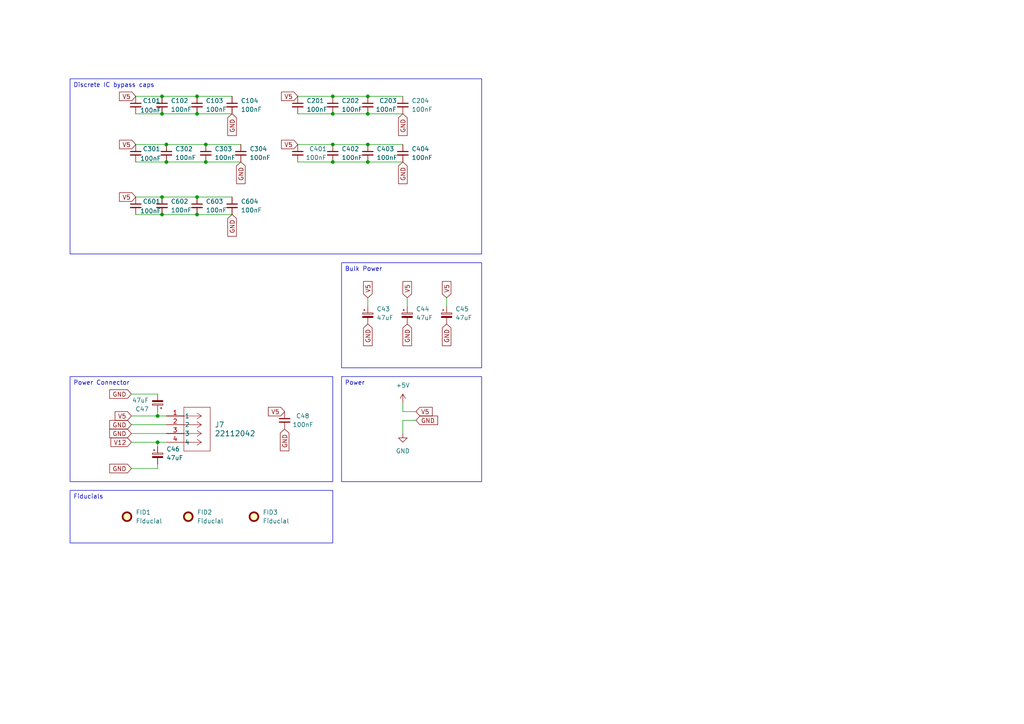
<source format=kicad_sch>
(kicad_sch (version 20250114) (generator "eeschema") (generator_version "9.0")
  (paper "A4")
  (title_block (title "A4092") (rev "PROTO0") (company "amiga.technology"))
  (lib_symbols
    (symbol "22112042:22112042" (pin_names (offset 0.254))
      (property "Reference" "J" (at 8.89 6.35 0))
      (property "Value" "22112042" (at 0 0 0))
      (symbol "22112042_1_1"
        (polyline (pts (xy 5.08 2.54) (xy 5.08 -10.16)) (stroke (width 0.127)))
        (polyline (pts (xy 5.08 -10.16) (xy 12.7 -10.16)) (stroke (width 0.127)))
        (polyline (pts (xy 10.16 0) (xy 5.08 0)) (stroke (width 0.127)))
        (polyline (pts (xy 10.16 0) (xy 8.89 0.8467)) (stroke (width 0.127)))
        (polyline (pts (xy 10.16 0) (xy 8.89 -0.8467)) (stroke (width 0.127)))
        (polyline (pts (xy 10.16 -2.54) (xy 5.08 -2.54)) (stroke (width 0.127)))
        (polyline (pts (xy 10.16 -2.54) (xy 8.89 -1.6933)) (stroke (width 0.127)))
        (polyline (pts (xy 10.16 -2.54) (xy 8.89 -3.3867)) (stroke (width 0.127)))
        (polyline (pts (xy 10.16 -5.08) (xy 5.08 -5.08)) (stroke (width 0.127)))
        (polyline (pts (xy 10.16 -5.08) (xy 8.89 -4.2333)) (stroke (width 0.127)))
        (polyline (pts (xy 10.16 -5.08) (xy 8.89 -5.9267)) (stroke (width 0.127)))
        (polyline (pts (xy 10.16 -7.62) (xy 5.08 -7.62)) (stroke (width 0.127)))
        (polyline (pts (xy 10.16 -7.62) (xy 8.89 -6.7733)) (stroke (width 0.127)))
        (polyline (pts (xy 10.16 -7.62) (xy 8.89 -8.4667)) (stroke (width 0.127)))
        (polyline (pts (xy 12.7 2.54) (xy 5.08 2.54)) (stroke (width 0.127)))
        (polyline (pts (xy 12.7 -10.16) (xy 12.7 2.54)) (stroke (width 0.127)))
        (pin unspecified line (at 0 0 0) (length 5.08) (name "1") (number "1"))
        (pin unspecified line (at 0 -2.54 0) (length 5.08) (name "2") (number "2"))
        (pin unspecified line (at 0 -5.08 0) (length 5.08) (name "3") (number "3"))
        (pin unspecified line (at 0 -7.62 0) (length 5.08) (name "4") (number "4"))
      )
      (symbol "22112042_1_2"
        (polyline (pts (xy 5.08 2.54) (xy 5.08 -10.16)) (stroke (width 0.127)))
        (polyline (pts (xy 5.08 -10.16) (xy 12.7 -10.16)) (stroke (width 0.127)))
        (polyline (pts (xy 7.62 0) (xy 5.08 0)) (stroke (width 0.127)))
        (polyline (pts (xy 7.62 0) (xy 8.89 0.8467)) (stroke (width 0.127)))
        (polyline (pts (xy 7.62 0) (xy 8.89 -0.8467)) (stroke (width 0.127)))
        (polyline (pts (xy 7.62 -2.54) (xy 5.08 -2.54)) (stroke (width 0.127)))
        (polyline (pts (xy 7.62 -2.54) (xy 8.89 -1.6933)) (stroke (width 0.127)))
        (polyline (pts (xy 7.62 -2.54) (xy 8.89 -3.3867)) (stroke (width 0.127)))
        (polyline (pts (xy 7.62 -5.08) (xy 5.08 -5.08)) (stroke (width 0.127)))
        (polyline (pts (xy 7.62 -5.08) (xy 8.89 -4.2333)) (stroke (width 0.127)))
        (polyline (pts (xy 7.62 -5.08) (xy 8.89 -5.9267)) (stroke (width 0.127)))
        (polyline (pts (xy 7.62 -7.62) (xy 5.08 -7.62)) (stroke (width 0.127)))
        (polyline (pts (xy 7.62 -7.62) (xy 8.89 -6.7733)) (stroke (width 0.127)))
        (polyline (pts (xy 7.62 -7.62) (xy 8.89 -8.4667)) (stroke (width 0.127)))
        (polyline (pts (xy 12.7 2.54) (xy 5.08 2.54)) (stroke (width 0.127)))
        (polyline (pts (xy 12.7 -10.16) (xy 12.7 2.54)) (stroke (width 0.127)))
        (pin unspecified line (at 0 0 0) (length 5.08) (name "1") (number "1"))
        (pin unspecified line (at 0 -2.54 0) (length 5.08) (name "2") (number "2"))
        (pin unspecified line (at 0 -5.08 0) (length 5.08) (name "3") (number "3"))
        (pin unspecified line (at 0 -7.62 0) (length 5.08) (name "4") (number "4"))
      )
    )
    (symbol "Device:C_Polarized_Small" (pin_numbers (hide yes)) (pin_names (offset 0.254) (hide yes))
      (property "Reference" "C" (at 0.254 1.778 0))
      (property "Value" "C_Polarized_Small" (at 0.254 -2.032 0))
      (symbol "C_Polarized_Small_0_1"
        (rectangle (start -1.524 0.6858) (end 1.524 0.3048))
        (rectangle (start -1.524 -0.3048) (end 1.524 -0.6858) (fill (type outline)))
        (polyline (pts (xy -1.27 1.524) (xy -0.762 1.524)))
        (polyline (pts (xy -1.016 1.27) (xy -1.016 1.778)))
      )
      (symbol "C_Polarized_Small_1_1"
        (pin passive line (at 0 2.54 270) (length 1.8542) (name "~") (number "1"))
        (pin passive line (at 0 -2.54 90) (length 1.8542) (name "~") (number "2"))
      )
    )
    (symbol "Device:C_Small" (pin_numbers (hide yes)) (pin_names (offset 0.254) (hide yes))
      (property "Reference" "C" (at 0.254 1.778 0))
      (property "Value" "C_Small" (at 0.254 -2.032 0))
      (symbol "C_Small_0_1"
        (polyline (pts (xy -1.524 0.508) (xy 1.524 0.508)) (stroke (width 0.3048)))
        (polyline (pts (xy -1.524 -0.508) (xy 1.524 -0.508)) (stroke (width 0.3302)))
      )
      (symbol "C_Small_1_1"
        (pin passive line (at 0 2.54 270) (length 2.032) (name "~") (number "1"))
        (pin passive line (at 0 -2.54 90) (length 2.032) (name "~") (number "2"))
      )
    )
    (symbol "Mechanical:Fiducial" (in_bom no)
      (property "Reference" "FID" (at 0 5.08 0))
      (property "Value" "Fiducial" (at 0 3.175 0))
      (symbol "Fiducial_0_1"
        (circle (center 0 0) (radius 1.27) (stroke (width 0.508)) (fill (type background)))
      )
    )
    (symbol "power:+5V" (power) (pin_numbers (hide yes)) (pin_names (offset 0) (hide yes))
      (property "Value" "+5V" (at 0 3.556 0))
      (symbol "+5V_0_1"
        (polyline (pts (xy -0.762 1.27) (xy 0 2.54)))
        (polyline (pts (xy 0 2.54) (xy 0.762 1.27)))
        (polyline (pts (xy 0 0) (xy 0 2.54)))
      )
      (symbol "+5V_1_1"
        (pin power_in line (at 0 0 90) (length 0) (name "~") (number "1"))
      )
    )
    (symbol "power:GND" (power) (pin_numbers (hide yes)) (pin_names (offset 0) (hide yes))
      (property "Value" "GND" (at 0 -3.81 0))
      (symbol "GND_0_1"
        (polyline (pts (xy 0 0) (xy 0 -1.27) (xy 1.27 -1.27) (xy 0 -2.54) (xy -1.27 -1.27) (xy 0 -1.27)))
      )
      (symbol "GND_1_1"
        (pin power_in line (at 0 0 270) (length 0) (name "~") (number "1"))
      )
    )
  )
  (text_box "Power Connector\n" (at 20.32 109.22 0) (size 76.2 30.48) (margins 0.9525 0.9525 0.9525 0.9525) (effects (font (size 1.27 1.27)) (justify left top)))
  (text_box "Fiducials" (at 20.32 142.24 0) (size 76.2 15.2399) (margins 0.9525 0.9525 0.9525 0.9525) (effects (font (size 1.27 1.27)) (justify left top)))
  (text_box "Discrete IC bypass caps\n" (at 20.32 22.86 0) (size 119.38 50.8) (margins 0.9525 0.9525 0.9525 0.9525) (effects (font (size 1.27 1.27)) (justify left top)))
  (text_box "Bulk Power\n" (at 99.06 76.2 0) (size 40.64 30.48) (margins 0.9525 0.9525 0.9525 0.9525) (effects (font (size 1.27 1.27)) (justify left top)))
  (text_box "Power\n" (at 99.06 109.22 0) (size 40.64 30.4799) (margins 0.9525 0.9525 0.9525 0.9525) (effects (font (size 1.27 1.27)) (justify left top)))
  (junction (at 46.99 27.94))
  (junction (at 106.68 33.02))
  (junction (at 106.68 27.94))
  (junction (at 48.26 41.91))
  (junction (at 57.15 27.94))
  (junction (at 57.15 57.15))
  (junction (at 106.68 41.91))
  (junction (at 96.52 46.99))
  (junction (at 59.69 46.99))
  (junction (at 57.15 62.23))
  (junction (at 96.52 27.94))
  (junction (at 96.52 41.91))
  (junction (at 46.99 57.15))
  (junction (at 48.26 46.99))
  (junction (at 106.68 46.99))
  (junction (at 57.15 33.02))
  (junction (at 45.72 120.65))
  (junction (at 46.99 62.23))
  (junction (at 96.52 33.02))
  (junction (at 45.72 128.27))
  (junction (at 59.69 41.91))
  (junction (at 46.99 33.02))
  (wire (pts (xy 38.1 135.89) (xy 45.72 135.89)))
  (wire (pts (xy 57.15 27.94) (xy 67.31 27.94)))
  (wire (pts (xy 38.1 128.27) (xy 45.72 128.27)))
  (wire (pts (xy 106.68 86.36) (xy 106.68 88.9)))
  (wire (pts (xy 39.37 27.94) (xy 46.99 27.94)))
  (wire (pts (xy 116.84 121.92) (xy 120.65 121.92)))
  (wire (pts (xy 45.72 119.38) (xy 45.72 120.65)))
  (wire (pts (xy 86.36 33.02) (xy 96.52 33.02)))
  (wire (pts (xy 96.52 46.99) (xy 106.68 46.99)))
  (wire (pts (xy 45.72 128.27) (xy 48.26 128.27)))
  (wire (pts (xy 57.15 62.23) (xy 67.31 62.23)))
  (wire (pts (xy 86.36 46.99) (xy 96.52 46.99)))
  (wire (pts (xy 86.36 27.94) (xy 96.52 27.94)))
  (wire (pts (xy 48.26 46.99) (xy 59.69 46.99)))
  (wire (pts (xy 96.52 27.94) (xy 106.68 27.94)))
  (wire (pts (xy 39.37 46.99) (xy 48.26 46.99)))
  (wire (pts (xy 116.84 116.84) (xy 116.84 119.38)))
  (wire (pts (xy 106.68 46.99) (xy 116.84 46.99)))
  (wire (pts (xy 96.52 33.02) (xy 106.68 33.02)))
  (wire (pts (xy 46.99 27.94) (xy 57.15 27.94)))
  (wire (pts (xy 57.15 57.15) (xy 67.31 57.15)))
  (wire (pts (xy 48.26 41.91) (xy 59.69 41.91)))
  (wire (pts (xy 106.68 41.91) (xy 116.84 41.91)))
  (wire (pts (xy 96.52 41.91) (xy 106.68 41.91)))
  (wire (pts (xy 116.84 125.73) (xy 116.84 121.92)))
  (wire (pts (xy 45.72 120.65) (xy 48.26 120.65)))
  (wire (pts (xy 39.37 62.23) (xy 46.99 62.23)))
  (wire (pts (xy 38.1 123.19) (xy 48.26 123.19)))
  (wire (pts (xy 118.11 86.36) (xy 118.11 88.9)))
  (wire (pts (xy 46.99 62.23) (xy 57.15 62.23)))
  (wire (pts (xy 116.84 119.38) (xy 120.65 119.38)))
  (wire (pts (xy 106.68 27.94) (xy 116.84 27.94)))
  (wire (pts (xy 57.15 33.02) (xy 67.31 33.02)))
  (wire (pts (xy 129.54 86.36) (xy 129.54 88.9)))
  (wire (pts (xy 86.36 41.91) (xy 96.52 41.91)))
  (wire (pts (xy 59.69 46.99) (xy 69.85 46.99)))
  (wire (pts (xy 45.72 135.89) (xy 45.72 134.62)))
  (wire (pts (xy 38.1 125.73) (xy 48.26 125.73)))
  (wire (pts (xy 46.99 33.02) (xy 57.15 33.02)))
  (wire (pts (xy 38.1 120.65) (xy 45.72 120.65)))
  (wire (pts (xy 39.37 41.91) (xy 48.26 41.91)))
  (wire (pts (xy 106.68 33.02) (xy 116.84 33.02)))
  (wire (pts (xy 39.37 57.15) (xy 46.99 57.15)))
  (wire (pts (xy 46.99 57.15) (xy 57.15 57.15)))
  (wire (pts (xy 45.72 129.54) (xy 45.72 128.27)))
  (wire (pts (xy 59.69 41.91) (xy 69.85 41.91)))
  (wire (pts (xy 38.1 114.3) (xy 45.72 114.3)))
  (wire (pts (xy 39.37 33.02) (xy 46.99 33.02)))
  (global_label "GND" (shape input) (at 67.31 62.23 270) (property "Intersheetrefs" "${INTERSHEET_REFS}" (effects (hide yes))))
  (global_label "GND" (shape input) (at 118.11 93.98 270) (property "Intersheetrefs" "${INTERSHEET_REFS}" (effects (hide yes))))
  (global_label "V5" (shape input) (at 39.37 41.91 180) (property "Intersheetrefs" "${INTERSHEET_REFS}" (effects (hide yes))))
  (global_label "V5" (shape input) (at 118.11 86.36 90) (property "Intersheetrefs" "${INTERSHEET_REFS}" (effects (hide yes))))
  (global_label "GND" (shape input) (at 69.85 46.99 270) (property "Intersheetrefs" "${INTERSHEET_REFS}" (effects (hide yes))))
  (global_label "GND" (shape input) (at 120.65 121.92 0) (property "Intersheetrefs" "${INTERSHEET_REFS}" (effects (hide yes))))
  (global_label "V5" (shape input) (at 38.1 120.65 180) (property "Intersheetrefs" "${INTERSHEET_REFS}" (effects (hide yes))))
  (global_label "GND" (shape input) (at 116.84 33.02 270) (property "Intersheetrefs" "${INTERSHEET_REFS}" (effects (hide yes))))
  (global_label "V5" (shape input) (at 86.36 41.91 180) (property "Intersheetrefs" "${INTERSHEET_REFS}" (effects (hide yes))))
  (global_label "V5" (shape input) (at 120.65 119.38 0) (property "Intersheetrefs" "${INTERSHEET_REFS}" (effects (hide yes))))
  (global_label "GND" (shape input) (at 38.1 135.89 180) (property "Intersheetrefs" "${INTERSHEET_REFS}" (effects (hide yes))))
  (global_label "GND" (shape input) (at 106.68 93.98 270) (property "Intersheetrefs" "${INTERSHEET_REFS}" (effects (hide yes))))
  (global_label "GND" (shape input) (at 38.1 123.19 180) (property "Intersheetrefs" "${INTERSHEET_REFS}" (effects (hide yes))))
  (global_label "GND" (shape input) (at 82.55 124.46 270) (property "Intersheetrefs" "${INTERSHEET_REFS}" (effects (hide yes))))
  (global_label "GND" (shape input) (at 129.54 93.98 270) (property "Intersheetrefs" "${INTERSHEET_REFS}" (effects (hide yes))))
  (global_label "GND" (shape input) (at 38.1 114.3 180) (property "Intersheetrefs" "${INTERSHEET_REFS}" (effects (hide yes))))
  (global_label "GND" (shape input) (at 67.31 33.02 270) (property "Intersheetrefs" "${INTERSHEET_REFS}" (effects (hide yes))))
  (global_label "V5" (shape input) (at 82.55 119.38 180) (property "Intersheetrefs" "${INTERSHEET_REFS}" (effects (hide yes))))
  (global_label "V5" (shape input) (at 39.37 27.94 180) (property "Intersheetrefs" "${INTERSHEET_REFS}" (effects (hide yes))))
  (global_label "V5" (shape input) (at 39.37 57.15 180) (property "Intersheetrefs" "${INTERSHEET_REFS}" (effects (hide yes))))
  (global_label "GND" (shape input) (at 116.84 46.99 270) (property "Intersheetrefs" "${INTERSHEET_REFS}" (effects (hide yes))))
  (global_label "V5" (shape input) (at 106.68 86.36 90) (property "Intersheetrefs" "${INTERSHEET_REFS}" (effects (hide yes))))
  (global_label "GND" (shape input) (at 38.1 125.73 180) (property "Intersheetrefs" "${INTERSHEET_REFS}" (effects (hide yes))))
  (global_label "V5" (shape input) (at 129.54 86.36 90) (property "Intersheetrefs" "${INTERSHEET_REFS}" (effects (hide yes))))
  (global_label "V5" (shape input) (at 86.36 27.94 180) (property "Intersheetrefs" "${INTERSHEET_REFS}" (effects (hide yes))))
  (global_label "V12" (shape input) (at 38.1 128.27 180) (property "Intersheetrefs" "${INTERSHEET_REFS}" (effects (hide yes))))
  (symbol (lib_id "Device:C_Small") (at 39.37 44.45 0) (unit 1)
    (property "Reference" "C301" (at 41.402 43.18 0) (effects (justify left)))
    (property "Value" "100nF" (at 40.64 45.974 0) (effects (justify left)))
    (property "Footprint" "Capacitor_SMD:C_0603_1608Metric_Pad1.08x0.95mm_HandSolder" (effects (hide yes)))
    (property "Description" "Unpolarized capacitor, small symbol" (effects (hide yes)))
    (property "LCSC Part #" "C14663" (effects (hide yes)))
  )
  (symbol (lib_id "Device:C_Small") (at 67.31 59.69 0) (unit 1)
    (property "Reference" "C604" (at 69.85 58.4262 0) (effects (justify left)))
    (property "Value" "100nF" (at 69.85 60.9662 0) (effects (justify left)))
    (property "Footprint" "Capacitor_SMD:C_0603_1608Metric_Pad1.08x0.95mm_HandSolder" (effects (hide yes)))
    (property "Description" "Unpolarized capacitor, small symbol" (effects (hide yes)))
    (property "LCSC Part #" "C14663" (effects (hide yes)))
  )
  (symbol (lib_id "Device:C_Small") (at 59.69 44.45 0) (unit 1)
    (property "Reference" "C303" (at 62.23 43.1862 0) (effects (justify left)))
    (property "Value" "100nF" (at 62.23 45.7262 0) (effects (justify left)))
    (property "Footprint" "Capacitor_SMD:C_0603_1608Metric_Pad1.08x0.95mm_HandSolder" (effects (hide yes)))
    (property "Description" "Unpolarized capacitor, small symbol" (effects (hide yes)))
    (property "LCSC Part #" "C14663" (effects (hide yes)))
  )
  (symbol (lib_id "Device:C_Small") (at 96.52 44.45 0) (unit 1)
    (property "Reference" "C402" (at 99.06 43.1862 0) (effects (justify left)))
    (property "Value" "100nF" (at 99.06 45.7262 0) (effects (justify left)))
    (property "Footprint" "Capacitor_SMD:C_0603_1608Metric_Pad1.08x0.95mm_HandSolder" (effects (hide yes)))
    (property "Description" "Unpolarized capacitor, small symbol" (effects (hide yes)))
    (property "LCSC Part #" "C14663" (effects (hide yes)))
  )
  (symbol (lib_id "Device:C_Small") (at 57.15 59.69 0) (unit 1)
    (property "Reference" "C603" (at 59.69 58.4262 0) (effects (justify left)))
    (property "Value" "100nF" (at 59.69 60.9662 0) (effects (justify left)))
    (property "Footprint" "Capacitor_SMD:C_0603_1608Metric_Pad1.08x0.95mm_HandSolder" (effects (hide yes)))
    (property "Description" "Unpolarized capacitor, small symbol" (effects (hide yes)))
    (property "LCSC Part #" "C14663" (effects (hide yes)))
  )
  (symbol (lib_id "Device:C_Small") (at 82.55 121.92 0) (unit 1)
    (property "Reference" "C48" (at 85.852 120.65 0) (effects (justify left)))
    (property "Value" "100nF" (at 84.836 123.19 0) (effects (justify left)))
    (property "Footprint" "Capacitor_SMD:C_0603_1608Metric_Pad1.08x0.95mm_HandSolder" (effects (hide yes)))
    (property "Description" "Unpolarized capacitor, small symbol" (effects (hide yes)))
    (property "LCSC Part #" "C14663" (effects (hide yes)))
  )
  (symbol (lib_id "Device:C_Small") (at 86.36 30.48 0) (unit 1)
    (property "Reference" "C201" (at 88.9 29.2162 0) (effects (justify left)))
    (property "Value" "100nF" (at 88.9 31.7562 0) (effects (justify left)))
    (property "Footprint" "Capacitor_SMD:C_0603_1608Metric_Pad1.08x0.95mm_HandSolder" (effects (hide yes)))
    (property "Description" "Unpolarized capacitor, small symbol" (effects (hide yes)))
    (property "LCSC Part #" "C14663" (effects (hide yes)))
  )
  (symbol (lib_id "Device:C_Small") (at 86.36 44.45 0) (unit 1)
    (property "Reference" "C401" (at 89.662 43.18 0) (effects (justify left)))
    (property "Value" "100nF" (at 88.646 45.72 0) (effects (justify left)))
    (property "Footprint" "Capacitor_SMD:C_0603_1608Metric_Pad1.08x0.95mm_HandSolder" (effects (hide yes)))
    (property "Description" "Unpolarized capacitor, small symbol" (effects (hide yes)))
    (property "LCSC Part #" "C14663" (effects (hide yes)))
  )
  (symbol (lib_id "Device:C_Polarized_Small") (at 106.68 91.44 0) (unit 1)
    (property "Reference" "C43" (at 109.22 89.6238 0) (effects (justify left)))
    (property "Value" "47uF" (at 109.22 92.1638 0) (effects (justify left)))
    (property "Footprint" "Capacitor_SMD:CP_Elec_6.3x7.7" (effects (hide yes)))
    (property "Description" "Polarized capacitor, small symbol" (effects (hide yes)))
    (property "MPN" "KEMET/A765EB476M1ELAE040" (effects (hide yes)))
    (property "LCSC Part #" "C369909" (effects (hide yes)))
    (property "FT Rotation Offset" "180" (effects (hide yes)))
  )
  (symbol (lib_id "Device:C_Small") (at 48.26 44.45 0) (unit 1)
    (property "Reference" "C302" (at 50.8 43.1862 0) (effects (justify left)))
    (property "Value" "100nF" (at 50.8 45.7262 0) (effects (justify left)))
    (property "Footprint" "Capacitor_SMD:C_0603_1608Metric_Pad1.08x0.95mm_HandSolder" (effects (hide yes)))
    (property "Description" "Unpolarized capacitor, small symbol" (effects (hide yes)))
    (property "LCSC Part #" "C14663" (effects (hide yes)))
  )
  (symbol (lib_id "Device:C_Small") (at 106.68 30.48 0) (unit 1)
    (property "Reference" "C203" (at 109.982 29.21 0) (effects (justify left)))
    (property "Value" "100nF" (at 108.966 31.75 0) (effects (justify left)))
    (property "Footprint" "Capacitor_SMD:C_0603_1608Metric_Pad1.08x0.95mm_HandSolder" (effects (hide yes)))
    (property "Description" "Unpolarized capacitor, small symbol" (effects (hide yes)))
    (property "LCSC Part #" "C14663" (effects (hide yes)))
  )
  (symbol (lib_id "Mechanical:Fiducial") (at 73.66 149.86 0) (unit 1) (in_bom no)
    (property "Reference" "FID3" (at 76.2 148.5899 0) (effects (justify left)))
    (property "Value" "Fiducial" (at 76.2 151.1299 0) (effects (justify left)))
    (property "Footprint" "kicad-official/Fiducial.pretty:Fiducial_0.5mm_Mask1.5mm" (effects (hide yes)))
    (property "Description" "Fiducial Marker" (effects (hide yes)))
  )
  (symbol (lib_id "Mechanical:Fiducial") (at 54.61 149.86 0) (unit 1) (in_bom no)
    (property "Reference" "FID2" (at 57.15 148.5899 0) (effects (justify left)))
    (property "Value" "Fiducial" (at 57.15 151.1299 0) (effects (justify left)))
    (property "Footprint" "kicad-official/Fiducial.pretty:Fiducial_0.5mm_Mask1.5mm" (effects (hide yes)))
    (property "Description" "Fiducial Marker" (effects (hide yes)))
  )
  (symbol (lib_id "power:GND") (at 116.84 125.73 0) (unit 1)
    (property "Reference" "#PWR03" (effects (hide yes)))
    (property "Value" "GND" (at 116.84 130.81 0))
    (property "Description" "Power symbol creates a global label with name \"GND\" , ground" (effects (hide yes)))
  )
  (symbol (lib_id "Device:C_Small") (at 67.31 30.48 0) (unit 1)
    (property "Reference" "C104" (at 69.85 29.2162 0) (effects (justify left)))
    (property "Value" "100nF" (at 69.85 31.7562 0) (effects (justify left)))
    (property "Footprint" "Capacitor_SMD:C_0603_1608Metric_Pad1.08x0.95mm_HandSolder" (effects (hide yes)))
    (property "Description" "Unpolarized capacitor, small symbol" (effects (hide yes)))
    (property "LCSC Part #" "C14663" (effects (hide yes)))
  )
  (symbol (lib_id "Mechanical:Fiducial") (at 36.83 149.86 0) (unit 1) (in_bom no)
    (property "Reference" "FID1" (at 39.37 148.5899 0) (effects (justify left)))
    (property "Value" "Fiducial" (at 39.37 151.1299 0) (effects (justify left)))
    (property "Footprint" "kicad-official/Fiducial.pretty:Fiducial_0.5mm_Mask1.5mm" (effects (hide yes)))
    (property "Description" "Fiducial Marker" (effects (hide yes)))
  )
  (symbol (lib_id "Device:C_Polarized_Small") (at 45.72 132.08 0) (unit 1)
    (property "Reference" "C46" (at 48.26 130.2638 0) (effects (justify left)))
    (property "Value" "47uF" (at 48.26 132.8038 0) (effects (justify left)))
    (property "Footprint" "Capacitor_SMD:CP_Elec_6.3x7.7" (effects (hide yes)))
    (property "Description" "Polarized capacitor, small symbol" (effects (hide yes)))
    (property "MPN" "KEMET/A765EB476M1ELAE040" (effects (hide yes)))
    (property "LCSC Part #" "C369909" (effects (hide yes)))
    (property "FT Rotation Offset" "180" (effects (hide yes)))
  )
  (symbol (lib_id "Device:C_Small") (at 96.52 30.48 0) (unit 1)
    (property "Reference" "C202" (at 99.06 29.2162 0) (effects (justify left)))
    (property "Value" "100nF" (at 99.06 31.7562 0) (effects (justify left)))
    (property "Footprint" "Capacitor_SMD:C_0603_1608Metric_Pad1.08x0.95mm_HandSolder" (effects (hide yes)))
    (property "Description" "Unpolarized capacitor, small symbol" (effects (hide yes)))
    (property "LCSC Part #" "C14663" (effects (hide yes)))
  )
  (symbol (lib_id "Device:C_Small") (at 57.15 30.48 0) (unit 1)
    (property "Reference" "C103" (at 59.69 29.2162 0) (effects (justify left)))
    (property "Value" "100nF" (at 59.69 31.7562 0) (effects (justify left)))
    (property "Footprint" "Capacitor_SMD:C_0603_1608Metric_Pad1.08x0.95mm_HandSolder" (effects (hide yes)))
    (property "Description" "Unpolarized capacitor, small symbol" (effects (hide yes)))
    (property "LCSC Part #" "C14663" (effects (hide yes)))
  )
  (symbol (lib_id "power:+5V") (at 116.84 116.84 0) (unit 1)
    (property "Reference" "#PWR02" (effects (hide yes)))
    (property "Value" "+5V" (at 116.84 111.76 0))
    (property "Description" "Power symbol creates a global label with name \"+5V\"" (effects (hide yes)))
  )
  (symbol (lib_id "Device:C_Polarized_Small") (at 118.11 91.44 0) (unit 1)
    (property "Reference" "C44" (at 120.65 89.6238 0) (effects (justify left)))
    (property "Value" "47uF" (at 120.65 92.1638 0) (effects (justify left)))
    (property "Footprint" "Capacitor_SMD:CP_Elec_6.3x7.7" (effects (hide yes)))
    (property "Description" "Polarized capacitor, small symbol" (effects (hide yes)))
    (property "MPN" "KEMET/A765EB476M1ELAE040" (effects (hide yes)))
    (property "LCSC Part #" "C369909" (effects (hide yes)))
    (property "FT Rotation Offset" "180" (effects (hide yes)))
  )
  (symbol (lib_id "Device:C_Small") (at 69.85 44.45 0) (unit 1)
    (property "Reference" "C304" (at 72.39 43.1862 0) (effects (justify left)))
    (property "Value" "100nF" (at 72.39 45.7262 0) (effects (justify left)))
    (property "Footprint" "Capacitor_SMD:C_0603_1608Metric_Pad1.08x0.95mm_HandSolder" (effects (hide yes)))
    (property "Description" "Unpolarized capacitor, small symbol" (effects (hide yes)))
    (property "LCSC Part #" "C14663" (effects (hide yes)))
  )
  (symbol (lib_id "Device:C_Small") (at 116.84 30.48 0) (unit 1)
    (property "Reference" "C204" (at 119.38 29.2162 0) (effects (justify left)))
    (property "Value" "100nF" (at 119.38 31.7562 0) (effects (justify left)))
    (property "Footprint" "Capacitor_SMD:C_0603_1608Metric_Pad1.08x0.95mm_HandSolder" (effects (hide yes)))
    (property "Description" "Unpolarized capacitor, small symbol" (effects (hide yes)))
    (property "LCSC Part #" "C14663" (effects (hide yes)))
  )
  (symbol (lib_id "Device:C_Small") (at 116.84 44.45 0) (unit 1)
    (property "Reference" "C404" (at 119.38 43.1862 0) (effects (justify left)))
    (property "Value" "100nF" (at 119.38 45.7262 0) (effects (justify left)))
    (property "Footprint" "Capacitor_SMD:C_0603_1608Metric_Pad1.08x0.95mm_HandSolder" (effects (hide yes)))
    (property "Description" "Unpolarized capacitor, small symbol" (effects (hide yes)))
    (property "LCSC Part #" "C14663" (effects (hide yes)))
  )
  (symbol (lib_id "Device:C_Polarized_Small") (at 45.72 116.84 180) (unit 1)
    (property "Reference" "C47" (at 43.18 118.6562 0) (effects (justify left)))
    (property "Value" "47uF" (at 43.18 116.1162 0) (effects (justify left)))
    (property "Footprint" "Capacitor_SMD:CP_Elec_6.3x7.7" (effects (hide yes)))
    (property "Description" "Polarized capacitor, small symbol" (effects (hide yes)))
    (property "MPN" "KEMET/A765EB476M1ELAE040" (effects (hide yes)))
    (property "LCSC Part #" "C369909" (effects (hide yes)))
    (property "FT Rotation Offset" "180" (effects (hide yes)))
  )
  (symbol (lib_id "Device:C_Small") (at 39.37 59.69 0) (unit 1)
    (property "Reference" "C601" (at 41.402 58.42 0) (effects (justify left)))
    (property "Value" "100nF" (at 40.64 61.214 0) (effects (justify left)))
    (property "Footprint" "Capacitor_SMD:C_0603_1608Metric_Pad1.08x0.95mm_HandSolder" (effects (hide yes)))
    (property "Description" "Unpolarized capacitor, small symbol" (effects (hide yes)))
    (property "LCSC Part #" "C14663" (effects (hide yes)))
  )
  (symbol (lib_id "22112042:22112042") (at 48.26 120.65 0) (unit 1)
    (property "Reference" "J7" (at 62.23 123.1899 0) (effects (font (size 1.524 1.524)) (justify left)))
    (property "Value" "22112042" (at 62.23 125.7299 0) (effects (font (size 1.524 1.524)) (justify left)))
    (property "Footprint" "22112042:CONN_A-6373-04A_MOL" (effects (hide yes)))
    (property "Datasheet" "22112042" (effects (hide yes)))
    (property "LCSC Part #" "C114123" (effects (hide yes)))
  )
  (symbol (lib_id "Device:C_Small") (at 106.68 44.45 0) (unit 1)
    (property "Reference" "C403" (at 109.22 43.1862 0) (effects (justify left)))
    (property "Value" "100nF" (at 109.22 45.7262 0) (effects (justify left)))
    (property "Footprint" "Capacitor_SMD:C_0603_1608Metric_Pad1.08x0.95mm_HandSolder" (effects (hide yes)))
    (property "Description" "Unpolarized capacitor, small symbol" (effects (hide yes)))
    (property "LCSC Part #" "C14663" (effects (hide yes)))
  )
  (symbol (lib_id "Device:C_Small") (at 39.37 30.48 0) (unit 1)
    (property "Reference" "C101" (at 41.402 29.21 0) (effects (justify left)))
    (property "Value" "100nF" (at 40.64 32.004 0) (effects (justify left)))
    (property "Footprint" "Capacitor_SMD:C_0603_1608Metric_Pad1.08x0.95mm_HandSolder" (effects (hide yes)))
    (property "Description" "Unpolarized capacitor, small symbol" (effects (hide yes)))
    (property "LCSC Part #" "C14663" (effects (hide yes)))
  )
  (symbol (lib_id "Device:C_Small") (at 46.99 59.69 0) (unit 1)
    (property "Reference" "C602" (at 49.53 58.4262 0) (effects (justify left)))
    (property "Value" "100nF" (at 49.53 60.9662 0) (effects (justify left)))
    (property "Footprint" "Capacitor_SMD:C_0603_1608Metric_Pad1.08x0.95mm_HandSolder" (effects (hide yes)))
    (property "Description" "Unpolarized capacitor, small symbol" (effects (hide yes)))
    (property "LCSC Part #" "C14663" (effects (hide yes)))
  )
  (symbol (lib_id "Device:C_Polarized_Small") (at 129.54 91.44 0) (unit 1)
    (property "Reference" "C45" (at 132.08 89.6238 0) (effects (justify left)))
    (property "Value" "47uF" (at 132.08 92.1638 0) (effects (justify left)))
    (property "Footprint" "Capacitor_SMD:CP_Elec_6.3x7.7" (effects (hide yes)))
    (property "Description" "Polarized capacitor, small symbol" (effects (hide yes)))
    (property "MPN" "KEMET/A765EB476M1ELAE040" (effects (hide yes)))
    (property "LCSC Part #" "C369909" (effects (hide yes)))
    (property "FT Rotation Offset" "180" (effects (hide yes)))
  )
  (symbol (lib_id "Device:C_Small") (at 46.99 30.48 0) (unit 1)
    (property "Reference" "C102" (at 49.53 29.2162 0) (effects (justify left)))
    (property "Value" "100nF" (at 49.53 31.7562 0) (effects (justify left)))
    (property "Footprint" "Capacitor_SMD:C_0603_1608Metric_Pad1.08x0.95mm_HandSolder" (effects (hide yes)))
    (property "Description" "Unpolarized capacitor, small symbol" (effects (hide yes)))
    (property "LCSC Part #" "C14663" (effects (hide yes)))
  )
)
</source>
